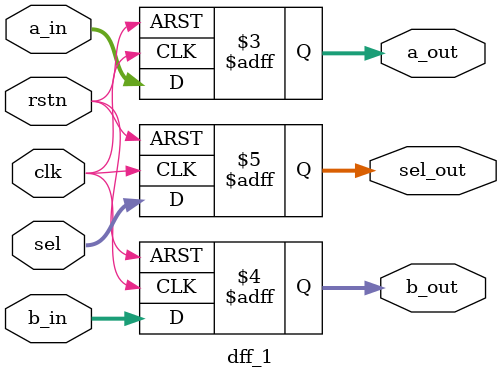
<source format=v>
module dff_1(
    input  wire        clk,
    input  wire        rstn,
    input  wire [1:0]  sel,
    input  wire [31:0] a_in,
    input  wire [31:0] b_in,
    output reg  [31:0] a_out,
    output reg  [31:0] b_out,
    output reg  [1:0]  sel_out
);

    always@ (posedge clk or negedge rstn) begin
        if (!rstn) begin
            a_out   <= 'b0;
            b_out   <= 'b0;
            sel_out <= 'b0;
        end
        else begin
            a_out   <= a_in;
            b_out   <= b_in;
            sel_out <= sel;
        end
    end
endmodule
</source>
